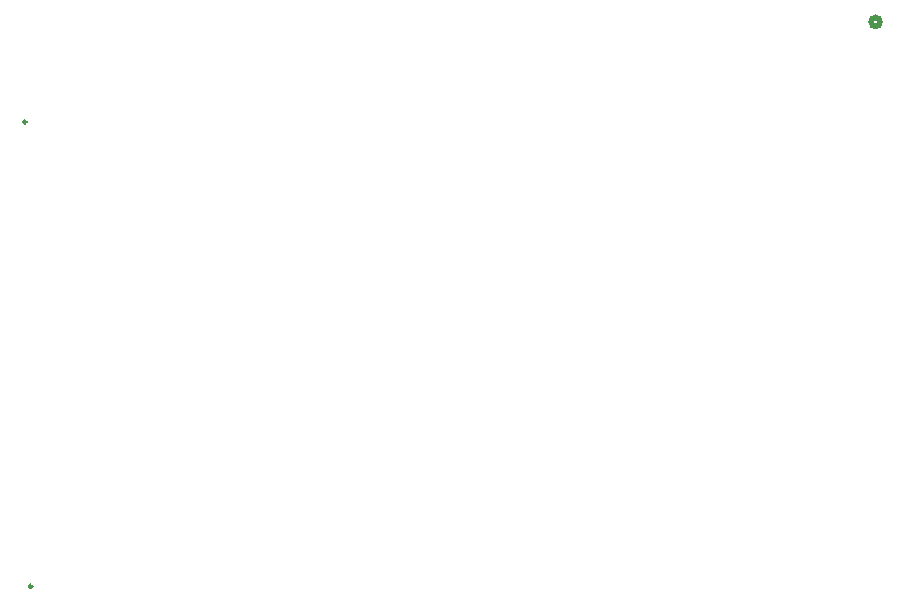
<source format=gbo>
G04*
G04 #@! TF.GenerationSoftware,Altium Limited,Altium Designer,22.7.1 (60)*
G04*
G04 Layer_Color=8421631*
%FSLAX25Y25*%
%MOIN*%
G70*
G04*
G04 #@! TF.SameCoordinates,3A20C243-D036-4456-A015-6CD0820CEA74*
G04*
G04*
G04 #@! TF.FilePolarity,Positive*
G04*
G01*
G75*
%ADD10C,0.02000*%
%ADD12C,0.01000*%
D10*
X293779Y318451D02*
G03*
X293779Y318451I-1500J0D01*
G01*
D12*
X9226Y285132D02*
G03*
X9226Y285132I-557J0D01*
G01*
X11226Y130295D02*
G03*
X11226Y130295I-557J0D01*
G01*
M02*

</source>
